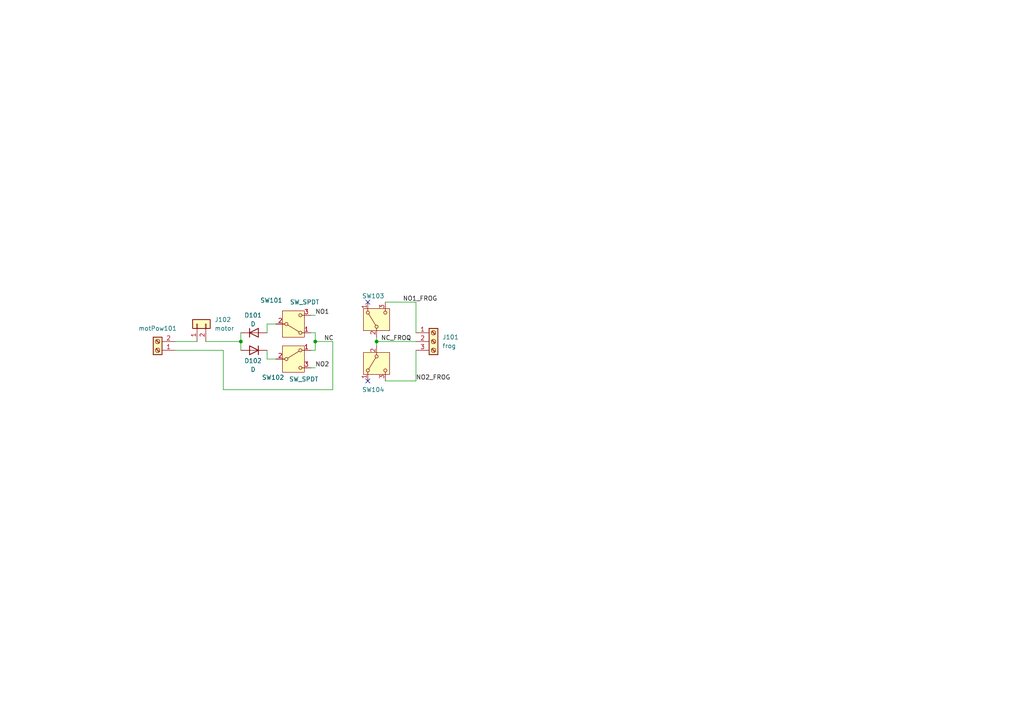
<source format=kicad_sch>
(kicad_sch (version 20231120) (generator "eeschema") (generator_version "8.0")
  (paper "A4")
  (lib_symbols
    (symbol "Connector:Screw_Terminal_01x02" (pin_names (offset 1.016) hide)
      (property "Reference" "J" (at 0 2.54 0))
      (property "Value" "Screw_Terminal_01x02" (at 0 -5.08 0))
      (symbol "Screw_Terminal_01x02_1_1"
        (rectangle (start -1.27 1.27) (end 1.27 -3.81) (stroke (width 0.254)) (fill (type background)))
        (circle (center 0 -2.54) (radius 0.635) (stroke (width 0.1524)))
        (polyline (pts (xy -0.5334 -2.2098) (xy 0.3302 -3.048)) (stroke (width 0.1524)))
        (polyline (pts (xy -0.5334 0.3302) (xy 0.3302 -0.508)) (stroke (width 0.1524)))
        (polyline (pts (xy -0.3556 -2.032) (xy 0.508 -2.8702)) (stroke (width 0.1524)))
        (polyline (pts (xy -0.3556 0.508) (xy 0.508 -0.3302)) (stroke (width 0.1524)))
        (circle (center 0 0) (radius 0.635) (stroke (width 0.1524)))
        (pin passive line (at -5.08 0 0) (length 3.81) (name "Pin_1") (number "1"))
        (pin passive line (at -5.08 -2.54 0) (length 3.81) (name "Pin_2") (number "2"))
      )
    )
    (symbol "Connector:Screw_Terminal_01x03" (pin_names (offset 1.016) hide)
      (property "Reference" "J" (at 0 5.08 0))
      (property "Value" "Screw_Terminal_01x03" (at 0 -5.08 0))
      (symbol "Screw_Terminal_01x03_1_1"
        (rectangle (start -1.27 3.81) (end 1.27 -3.81) (stroke (width 0.254)) (fill (type background)))
        (circle (center 0 -2.54) (radius 0.635) (stroke (width 0.1524)))
        (polyline (pts (xy -0.5334 -2.2098) (xy 0.3302 -3.048)) (stroke (width 0.1524)))
        (polyline (pts (xy -0.5334 0.3302) (xy 0.3302 -0.508)) (stroke (width 0.1524)))
        (polyline (pts (xy -0.5334 2.8702) (xy 0.3302 2.032)) (stroke (width 0.1524)))
        (polyline (pts (xy -0.3556 -2.032) (xy 0.508 -2.8702)) (stroke (width 0.1524)))
        (polyline (pts (xy -0.3556 0.508) (xy 0.508 -0.3302)) (stroke (width 0.1524)))
        (polyline (pts (xy -0.3556 3.048) (xy 0.508 2.2098)) (stroke (width 0.1524)))
        (circle (center 0 0) (radius 0.635) (stroke (width 0.1524)))
        (circle (center 0 2.54) (radius 0.635) (stroke (width 0.1524)))
        (pin passive line (at -5.08 2.54 0) (length 3.81) (name "Pin_1") (number "1"))
        (pin passive line (at -5.08 0 0) (length 3.81) (name "Pin_2") (number "2"))
        (pin passive line (at -5.08 -2.54 0) (length 3.81) (name "Pin_3") (number "3"))
      )
    )
    (symbol "Connector_Generic:Conn_01x02" (pin_names (offset 1.016) hide)
      (property "Reference" "J" (at 0 2.54 0))
      (property "Value" "Conn_01x02" (at 0 -5.08 0))
      (symbol "Conn_01x02_1_1"
        (rectangle (start -1.27 -2.413) (end 0 -2.667) (stroke (width 0.1524)))
        (rectangle (start -1.27 0.127) (end 0 -0.127) (stroke (width 0.1524)))
        (rectangle (start -1.27 1.27) (end 1.27 -3.81) (stroke (width 0.254)) (fill (type background)))
        (pin passive line (at -5.08 0 0) (length 3.81) (name "Pin_1") (number "1"))
        (pin passive line (at -5.08 -2.54 0) (length 3.81) (name "Pin_2") (number "2"))
      )
    )
    (symbol "Device:D" (pin_numbers hide) (pin_names (offset 1.016) hide)
      (property "Reference" "D" (at 0 2.54 0))
      (property "Value" "D" (at 0 -2.54 0))
      (symbol "D_0_1"
        (polyline (pts (xy -1.27 1.27) (xy -1.27 -1.27)) (stroke (width 0.254)))
        (polyline (pts (xy 1.27 0) (xy -1.27 0)))
        (polyline (pts (xy 1.27 1.27) (xy 1.27 -1.27) (xy -1.27 0) (xy 1.27 1.27)) (stroke (width 0.254)))
      )
      (symbol "D_1_1"
        (pin passive line (at -3.81 0 0) (length 2.54) (name "K") (number "1"))
        (pin passive line (at 3.81 0 180) (length 2.54) (name "A") (number "2"))
      )
    )
    (symbol "Switch:SW_SPDT" (pin_names (offset 0) hide)
      (property "Reference" "SW" (at 0 5.08 0))
      (property "Value" "SW_SPDT" (at 0 -5.08 0))
      (symbol "SW_SPDT_0_1"
        (circle (center -2.032 0) (radius 0.4572))
        (polyline (pts (xy -1.651 0.254) (xy 1.651 2.286)))
        (circle (center 2.032 -2.54) (radius 0.4572))
        (circle (center 2.032 2.54) (radius 0.4572))
      )
      (symbol "SW_SPDT_1_1"
        (rectangle (start -3.175 3.81) (end 3.175 -3.81) (fill (type background)))
        (pin passive line (at 5.08 2.54 180) (length 2.54) (name "A") (number "1"))
        (pin passive line (at -5.08 0 0) (length 2.54) (name "B") (number "2"))
        (pin passive line (at 5.08 -2.54 180) (length 2.54) (name "C") (number "3"))
      )
    )
  )
  (junction (at 91.44 99.06))
  (junction (at 69.85 99.06))
  (junction (at 109.22 99.06))
  (no_connect (at 106.68 87.63))
  (no_connect (at 106.68 110.49))
  (wire (pts (xy 77.47 93.98) (xy 77.47 96.52)))
  (wire (pts (xy 109.22 99.06) (xy 109.22 100.33)))
  (wire (pts (xy 120.65 87.63) (xy 120.65 96.52)))
  (wire (pts (xy 111.76 110.49) (xy 120.65 110.49)))
  (wire (pts (xy 120.65 110.49) (xy 120.65 101.6)))
  (wire (pts (xy 50.8 99.06) (xy 57.15 99.06)))
  (wire (pts (xy 91.44 96.52) (xy 91.44 99.06)))
  (wire (pts (xy 50.8 101.6) (xy 64.77 101.6)))
  (wire (pts (xy 64.77 113.03) (xy 64.77 101.6)))
  (wire (pts (xy 90.17 106.68) (xy 91.44 106.68)))
  (wire (pts (xy 80.01 93.98) (xy 77.47 93.98)))
  (wire (pts (xy 90.17 91.44) (xy 91.44 91.44)))
  (wire (pts (xy 69.85 99.06) (xy 69.85 101.6)))
  (wire (pts (xy 91.44 101.6) (xy 90.17 101.6)))
  (wire (pts (xy 77.47 104.14) (xy 77.47 101.6)))
  (wire (pts (xy 59.69 99.06) (xy 69.85 99.06)))
  (wire (pts (xy 69.85 96.52) (xy 69.85 99.06)))
  (wire (pts (xy 91.44 99.06) (xy 96.52 99.06)))
  (wire (pts (xy 80.01 104.14) (xy 77.47 104.14)))
  (wire (pts (xy 111.76 87.63) (xy 120.65 87.63)))
  (wire (pts (xy 91.44 96.52) (xy 90.17 96.52)))
  (wire (pts (xy 109.22 99.06) (xy 120.65 99.06)))
  (wire (pts (xy 109.22 97.79) (xy 109.22 99.06)))
  (wire (pts (xy 91.44 99.06) (xy 91.44 101.6)))
  (wire (pts (xy 96.52 113.03) (xy 64.77 113.03)))
  (wire (pts (xy 96.52 99.06) (xy 96.52 113.03)))
  (label "NO2_FROG" (at 120.65 110.49 0))
  (label "NO2" (at 91.44 106.68 0))
  (label "NC_FROQ" (at 110.49 99.06 0))
  (label "NO1" (at 91.44 91.44 0))
  (label "NC" (at 93.98 99.06 0))
  (label "NO1_FROG" (at 116.84 87.63 0))
  (symbol (lib_id "Switch:SW_SPDT") (at 109.22 92.71 90) (unit 1)
    (property "Reference" "SW103" (at 111.506 85.852 90) (effects (justify left)))
    (property "Value" "SW_SPDT" (effects (hide yes)))
    (property "Footprint" "custom_kicad_lib_sk:limitSwitchVertical" (effects (hide yes)))
    (property "Description" "Switch, single pole double throw" (effects (hide yes)))
  )
  (symbol (lib_id "Device:D") (at 73.66 96.52 0) (unit 1)
    (property "Reference" "D101" (at 73.406 91.44 0))
    (property "Value" "D" (at 73.406 93.98 0))
    (property "Footprint" "Diode_THT:D_DO-34_SOD68_P7.62mm_Horizontal" (effects (hide yes)))
    (property "Description" "Diode" (effects (hide yes)))
    (property "Sim.Device" "D" (effects (hide yes)))
    (property "Sim.Pins" "1=K 2=A" (effects (hide yes)))
  )
  (symbol (lib_id "Switch:SW_SPDT") (at 109.22 105.41 90) (mirror x) (unit 1)
    (property "Reference" "SW104" (at 111.506 113.03 90) (effects (justify left)))
    (property "Value" "SW_SPDT" (effects (hide yes)))
    (property "Footprint" "custom_kicad_lib_sk:limitSwitchVertical" (effects (hide yes)))
    (property "Description" "Switch, single pole double throw" (effects (hide yes)))
  )
  (symbol (lib_id "Device:D") (at 73.66 101.6 180) (unit 1)
    (property "Reference" "D102" (at 73.406 104.648 0))
    (property "Value" "D" (at 73.406 107.188 0))
    (property "Footprint" "Diode_THT:D_DO-34_SOD68_P7.62mm_Horizontal" (effects (hide yes)))
    (property "Description" "Diode" (effects (hide yes)))
    (property "Sim.Device" "D" (effects (hide yes)))
    (property "Sim.Pins" "1=K 2=A" (effects (hide yes)))
  )
  (symbol (lib_id "Connector:Screw_Terminal_01x02") (at 45.72 101.6 180) (unit 1)
    (property "Reference" "motPow101" (at 45.72 95.25 0))
    (property "Value" "Screw_Terminal_01x02" (effects (hide yes)))
    (property "Footprint" "Connector_Phoenix_MC:PhoenixContact_MC_1,5_2-G-3.5_1x02_P3.50mm_Horizontal" (effects (hide yes)))
    (property "Description" "Generic screw terminal, single row, 01x02, script generated (kicad-library-utils/schlib/autogen/connector/)" (effects (hide yes)))
  )
  (symbol (lib_id "Switch:SW_SPDT") (at 85.09 93.98 0) (mirror x) (unit 1)
    (property "Reference" "SW101" (at 75.438 87.122 0) (effects (justify left)))
    (property "Value" "SW_SPDT" (at 84.074 87.63 0) (effects (justify left)))
    (property "Footprint" "custom_kicad_lib_sk:limitSwitchVertical" (effects (hide yes)))
    (property "Description" "Switch, single pole double throw" (effects (hide yes)))
  )
  (symbol (lib_id "Connector:Screw_Terminal_01x03") (at 125.73 99.06 0) (unit 1)
    (property "Reference" "J101" (at 128.27 97.7899 0) (effects (justify left)))
    (property "Value" "frog" (at 128.27 100.3299 0) (effects (justify left)))
    (property "Footprint" "Connector_Phoenix_MC:PhoenixContact_MC_1,5_3-G-3.5_1x03_P3.50mm_Horizontal" (effects (hide yes)))
    (property "Description" "Generic screw terminal, single row, 01x03, script generated (kicad-library-utils/schlib/autogen/connector/)" (effects (hide yes)))
  )
  (symbol (lib_id "Switch:SW_SPDT") (at 85.09 104.14 0) (unit 1)
    (property "Reference" "SW102" (at 75.946 109.474 0) (effects (justify left)))
    (property "Value" "SW_SPDT" (at 83.82 109.982 0) (effects (justify left)))
    (property "Footprint" "custom_kicad_lib_sk:limitSwitchVertical" (effects (hide yes)))
    (property "Description" "Switch, single pole double throw" (effects (hide yes)))
  )
  (symbol (lib_id "Connector_Generic:Conn_01x02") (at 57.15 93.98 90) (unit 1)
    (property "Reference" "J102" (at 62.23 92.7099 90) (effects (justify right)))
    (property "Value" "motor" (at 62.23 95.2499 90) (effects (justify right)))
    (property "Footprint" "custom_kicad_lib_sk:N20_motor" (effects (hide yes)))
    (property "Description" "Generic connector, single row, 01x02, script generated (kicad-library-utils/schlib/autogen/connector/)" (effects (hide yes)))
  )
)
</source>
